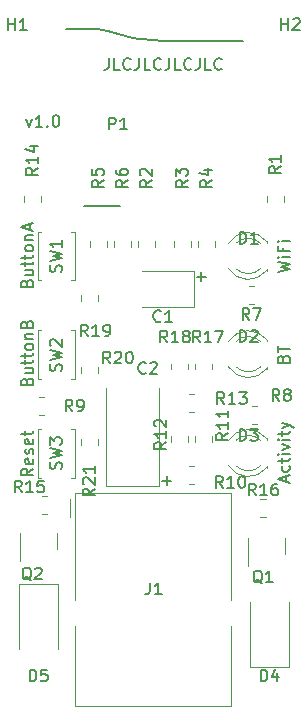
<source format=gbr>
%TF.GenerationSoftware,KiCad,Pcbnew,7.0.8*%
%TF.CreationDate,2023-10-30T21:57:11-05:00*%
%TF.ProjectId,fujinet-adam-devkit-mini,66756a69-6e65-4742-9d61-64616d2d6465,rev?*%
%TF.SameCoordinates,Original*%
%TF.FileFunction,Legend,Top*%
%TF.FilePolarity,Positive*%
%FSLAX46Y46*%
G04 Gerber Fmt 4.6, Leading zero omitted, Abs format (unit mm)*
G04 Created by KiCad (PCBNEW 7.0.8) date 2023-10-30 21:57:11*
%MOMM*%
%LPD*%
G01*
G04 APERTURE LIST*
%ADD10C,0.150000*%
%ADD11C,0.120000*%
%ADD12C,0.127000*%
%ADD13C,0.100000*%
G04 APERTURE END LIST*
D10*
X155363104Y-114871190D02*
X155363104Y-114395000D01*
X155648819Y-114966428D02*
X154648819Y-114633095D01*
X154648819Y-114633095D02*
X155648819Y-114299762D01*
X155601200Y-113537857D02*
X155648819Y-113633095D01*
X155648819Y-113633095D02*
X155648819Y-113823571D01*
X155648819Y-113823571D02*
X155601200Y-113918809D01*
X155601200Y-113918809D02*
X155553580Y-113966428D01*
X155553580Y-113966428D02*
X155458342Y-114014047D01*
X155458342Y-114014047D02*
X155172628Y-114014047D01*
X155172628Y-114014047D02*
X155077390Y-113966428D01*
X155077390Y-113966428D02*
X155029771Y-113918809D01*
X155029771Y-113918809D02*
X154982152Y-113823571D01*
X154982152Y-113823571D02*
X154982152Y-113633095D01*
X154982152Y-113633095D02*
X155029771Y-113537857D01*
X154982152Y-113252142D02*
X154982152Y-112871190D01*
X154648819Y-113109285D02*
X155505961Y-113109285D01*
X155505961Y-113109285D02*
X155601200Y-113061666D01*
X155601200Y-113061666D02*
X155648819Y-112966428D01*
X155648819Y-112966428D02*
X155648819Y-112871190D01*
X155648819Y-112537856D02*
X154982152Y-112537856D01*
X154648819Y-112537856D02*
X154696438Y-112585475D01*
X154696438Y-112585475D02*
X154744057Y-112537856D01*
X154744057Y-112537856D02*
X154696438Y-112490237D01*
X154696438Y-112490237D02*
X154648819Y-112537856D01*
X154648819Y-112537856D02*
X154744057Y-112537856D01*
X154982152Y-112156904D02*
X155648819Y-111918809D01*
X155648819Y-111918809D02*
X154982152Y-111680714D01*
X155648819Y-111299761D02*
X154982152Y-111299761D01*
X154648819Y-111299761D02*
X154696438Y-111347380D01*
X154696438Y-111347380D02*
X154744057Y-111299761D01*
X154744057Y-111299761D02*
X154696438Y-111252142D01*
X154696438Y-111252142D02*
X154648819Y-111299761D01*
X154648819Y-111299761D02*
X154744057Y-111299761D01*
X154982152Y-110966428D02*
X154982152Y-110585476D01*
X154648819Y-110823571D02*
X155505961Y-110823571D01*
X155505961Y-110823571D02*
X155601200Y-110775952D01*
X155601200Y-110775952D02*
X155648819Y-110680714D01*
X155648819Y-110680714D02*
X155648819Y-110585476D01*
X154982152Y-110347380D02*
X155648819Y-110109285D01*
X154982152Y-109871190D02*
X155648819Y-110109285D01*
X155648819Y-110109285D02*
X155886914Y-110204523D01*
X155886914Y-110204523D02*
X155934533Y-110252142D01*
X155934533Y-110252142D02*
X155982152Y-110347380D01*
X155125009Y-104449523D02*
X155172628Y-104306666D01*
X155172628Y-104306666D02*
X155220247Y-104259047D01*
X155220247Y-104259047D02*
X155315485Y-104211428D01*
X155315485Y-104211428D02*
X155458342Y-104211428D01*
X155458342Y-104211428D02*
X155553580Y-104259047D01*
X155553580Y-104259047D02*
X155601200Y-104306666D01*
X155601200Y-104306666D02*
X155648819Y-104401904D01*
X155648819Y-104401904D02*
X155648819Y-104782856D01*
X155648819Y-104782856D02*
X154648819Y-104782856D01*
X154648819Y-104782856D02*
X154648819Y-104449523D01*
X154648819Y-104449523D02*
X154696438Y-104354285D01*
X154696438Y-104354285D02*
X154744057Y-104306666D01*
X154744057Y-104306666D02*
X154839295Y-104259047D01*
X154839295Y-104259047D02*
X154934533Y-104259047D01*
X154934533Y-104259047D02*
X155029771Y-104306666D01*
X155029771Y-104306666D02*
X155077390Y-104354285D01*
X155077390Y-104354285D02*
X155125009Y-104449523D01*
X155125009Y-104449523D02*
X155125009Y-104782856D01*
X154648819Y-103925713D02*
X154648819Y-103354285D01*
X155648819Y-103639999D02*
X154648819Y-103639999D01*
X154648819Y-97091332D02*
X155648819Y-96853237D01*
X155648819Y-96853237D02*
X154934533Y-96662761D01*
X154934533Y-96662761D02*
X155648819Y-96472285D01*
X155648819Y-96472285D02*
X154648819Y-96234190D01*
X155648819Y-95853237D02*
X154982152Y-95853237D01*
X154648819Y-95853237D02*
X154696438Y-95900856D01*
X154696438Y-95900856D02*
X154744057Y-95853237D01*
X154744057Y-95853237D02*
X154696438Y-95805618D01*
X154696438Y-95805618D02*
X154648819Y-95853237D01*
X154648819Y-95853237D02*
X154744057Y-95853237D01*
X155125009Y-95043714D02*
X155125009Y-95377047D01*
X155648819Y-95377047D02*
X154648819Y-95377047D01*
X154648819Y-95377047D02*
X154648819Y-94900857D01*
X155648819Y-94519904D02*
X154982152Y-94519904D01*
X154648819Y-94519904D02*
X154696438Y-94567523D01*
X154696438Y-94567523D02*
X154744057Y-94519904D01*
X154744057Y-94519904D02*
X154696438Y-94472285D01*
X154696438Y-94472285D02*
X154648819Y-94519904D01*
X154648819Y-94519904D02*
X154744057Y-94519904D01*
X133931819Y-113760095D02*
X133455628Y-114093428D01*
X133931819Y-114331523D02*
X132931819Y-114331523D01*
X132931819Y-114331523D02*
X132931819Y-113950571D01*
X132931819Y-113950571D02*
X132979438Y-113855333D01*
X132979438Y-113855333D02*
X133027057Y-113807714D01*
X133027057Y-113807714D02*
X133122295Y-113760095D01*
X133122295Y-113760095D02*
X133265152Y-113760095D01*
X133265152Y-113760095D02*
X133360390Y-113807714D01*
X133360390Y-113807714D02*
X133408009Y-113855333D01*
X133408009Y-113855333D02*
X133455628Y-113950571D01*
X133455628Y-113950571D02*
X133455628Y-114331523D01*
X133884200Y-112950571D02*
X133931819Y-113045809D01*
X133931819Y-113045809D02*
X133931819Y-113236285D01*
X133931819Y-113236285D02*
X133884200Y-113331523D01*
X133884200Y-113331523D02*
X133788961Y-113379142D01*
X133788961Y-113379142D02*
X133408009Y-113379142D01*
X133408009Y-113379142D02*
X133312771Y-113331523D01*
X133312771Y-113331523D02*
X133265152Y-113236285D01*
X133265152Y-113236285D02*
X133265152Y-113045809D01*
X133265152Y-113045809D02*
X133312771Y-112950571D01*
X133312771Y-112950571D02*
X133408009Y-112902952D01*
X133408009Y-112902952D02*
X133503247Y-112902952D01*
X133503247Y-112902952D02*
X133598485Y-113379142D01*
X133884200Y-112521999D02*
X133931819Y-112426761D01*
X133931819Y-112426761D02*
X133931819Y-112236285D01*
X133931819Y-112236285D02*
X133884200Y-112141047D01*
X133884200Y-112141047D02*
X133788961Y-112093428D01*
X133788961Y-112093428D02*
X133741342Y-112093428D01*
X133741342Y-112093428D02*
X133646104Y-112141047D01*
X133646104Y-112141047D02*
X133598485Y-112236285D01*
X133598485Y-112236285D02*
X133598485Y-112379142D01*
X133598485Y-112379142D02*
X133550866Y-112474380D01*
X133550866Y-112474380D02*
X133455628Y-112521999D01*
X133455628Y-112521999D02*
X133408009Y-112521999D01*
X133408009Y-112521999D02*
X133312771Y-112474380D01*
X133312771Y-112474380D02*
X133265152Y-112379142D01*
X133265152Y-112379142D02*
X133265152Y-112236285D01*
X133265152Y-112236285D02*
X133312771Y-112141047D01*
X133884200Y-111283904D02*
X133931819Y-111379142D01*
X133931819Y-111379142D02*
X133931819Y-111569618D01*
X133931819Y-111569618D02*
X133884200Y-111664856D01*
X133884200Y-111664856D02*
X133788961Y-111712475D01*
X133788961Y-111712475D02*
X133408009Y-111712475D01*
X133408009Y-111712475D02*
X133312771Y-111664856D01*
X133312771Y-111664856D02*
X133265152Y-111569618D01*
X133265152Y-111569618D02*
X133265152Y-111379142D01*
X133265152Y-111379142D02*
X133312771Y-111283904D01*
X133312771Y-111283904D02*
X133408009Y-111236285D01*
X133408009Y-111236285D02*
X133503247Y-111236285D01*
X133503247Y-111236285D02*
X133598485Y-111712475D01*
X133265152Y-110950570D02*
X133265152Y-110569618D01*
X132931819Y-110807713D02*
X133788961Y-110807713D01*
X133788961Y-110807713D02*
X133884200Y-110760094D01*
X133884200Y-110760094D02*
X133931819Y-110664856D01*
X133931819Y-110664856D02*
X133931819Y-110569618D01*
X144862779Y-114804866D02*
X145624684Y-114804866D01*
X145243731Y-115185819D02*
X145243731Y-114423914D01*
X140322493Y-79006819D02*
X140322493Y-79721104D01*
X140322493Y-79721104D02*
X140274874Y-79863961D01*
X140274874Y-79863961D02*
X140179636Y-79959200D01*
X140179636Y-79959200D02*
X140036779Y-80006819D01*
X140036779Y-80006819D02*
X139941541Y-80006819D01*
X141274874Y-80006819D02*
X140798684Y-80006819D01*
X140798684Y-80006819D02*
X140798684Y-79006819D01*
X142179636Y-79911580D02*
X142132017Y-79959200D01*
X142132017Y-79959200D02*
X141989160Y-80006819D01*
X141989160Y-80006819D02*
X141893922Y-80006819D01*
X141893922Y-80006819D02*
X141751065Y-79959200D01*
X141751065Y-79959200D02*
X141655827Y-79863961D01*
X141655827Y-79863961D02*
X141608208Y-79768723D01*
X141608208Y-79768723D02*
X141560589Y-79578247D01*
X141560589Y-79578247D02*
X141560589Y-79435390D01*
X141560589Y-79435390D02*
X141608208Y-79244914D01*
X141608208Y-79244914D02*
X141655827Y-79149676D01*
X141655827Y-79149676D02*
X141751065Y-79054438D01*
X141751065Y-79054438D02*
X141893922Y-79006819D01*
X141893922Y-79006819D02*
X141989160Y-79006819D01*
X141989160Y-79006819D02*
X142132017Y-79054438D01*
X142132017Y-79054438D02*
X142179636Y-79102057D01*
X142893922Y-79006819D02*
X142893922Y-79721104D01*
X142893922Y-79721104D02*
X142846303Y-79863961D01*
X142846303Y-79863961D02*
X142751065Y-79959200D01*
X142751065Y-79959200D02*
X142608208Y-80006819D01*
X142608208Y-80006819D02*
X142512970Y-80006819D01*
X143846303Y-80006819D02*
X143370113Y-80006819D01*
X143370113Y-80006819D02*
X143370113Y-79006819D01*
X144751065Y-79911580D02*
X144703446Y-79959200D01*
X144703446Y-79959200D02*
X144560589Y-80006819D01*
X144560589Y-80006819D02*
X144465351Y-80006819D01*
X144465351Y-80006819D02*
X144322494Y-79959200D01*
X144322494Y-79959200D02*
X144227256Y-79863961D01*
X144227256Y-79863961D02*
X144179637Y-79768723D01*
X144179637Y-79768723D02*
X144132018Y-79578247D01*
X144132018Y-79578247D02*
X144132018Y-79435390D01*
X144132018Y-79435390D02*
X144179637Y-79244914D01*
X144179637Y-79244914D02*
X144227256Y-79149676D01*
X144227256Y-79149676D02*
X144322494Y-79054438D01*
X144322494Y-79054438D02*
X144465351Y-79006819D01*
X144465351Y-79006819D02*
X144560589Y-79006819D01*
X144560589Y-79006819D02*
X144703446Y-79054438D01*
X144703446Y-79054438D02*
X144751065Y-79102057D01*
X145465351Y-79006819D02*
X145465351Y-79721104D01*
X145465351Y-79721104D02*
X145417732Y-79863961D01*
X145417732Y-79863961D02*
X145322494Y-79959200D01*
X145322494Y-79959200D02*
X145179637Y-80006819D01*
X145179637Y-80006819D02*
X145084399Y-80006819D01*
X146417732Y-80006819D02*
X145941542Y-80006819D01*
X145941542Y-80006819D02*
X145941542Y-79006819D01*
X147322494Y-79911580D02*
X147274875Y-79959200D01*
X147274875Y-79959200D02*
X147132018Y-80006819D01*
X147132018Y-80006819D02*
X147036780Y-80006819D01*
X147036780Y-80006819D02*
X146893923Y-79959200D01*
X146893923Y-79959200D02*
X146798685Y-79863961D01*
X146798685Y-79863961D02*
X146751066Y-79768723D01*
X146751066Y-79768723D02*
X146703447Y-79578247D01*
X146703447Y-79578247D02*
X146703447Y-79435390D01*
X146703447Y-79435390D02*
X146751066Y-79244914D01*
X146751066Y-79244914D02*
X146798685Y-79149676D01*
X146798685Y-79149676D02*
X146893923Y-79054438D01*
X146893923Y-79054438D02*
X147036780Y-79006819D01*
X147036780Y-79006819D02*
X147132018Y-79006819D01*
X147132018Y-79006819D02*
X147274875Y-79054438D01*
X147274875Y-79054438D02*
X147322494Y-79102057D01*
X148036780Y-79006819D02*
X148036780Y-79721104D01*
X148036780Y-79721104D02*
X147989161Y-79863961D01*
X147989161Y-79863961D02*
X147893923Y-79959200D01*
X147893923Y-79959200D02*
X147751066Y-80006819D01*
X147751066Y-80006819D02*
X147655828Y-80006819D01*
X148989161Y-80006819D02*
X148512971Y-80006819D01*
X148512971Y-80006819D02*
X148512971Y-79006819D01*
X149893923Y-79911580D02*
X149846304Y-79959200D01*
X149846304Y-79959200D02*
X149703447Y-80006819D01*
X149703447Y-80006819D02*
X149608209Y-80006819D01*
X149608209Y-80006819D02*
X149465352Y-79959200D01*
X149465352Y-79959200D02*
X149370114Y-79863961D01*
X149370114Y-79863961D02*
X149322495Y-79768723D01*
X149322495Y-79768723D02*
X149274876Y-79578247D01*
X149274876Y-79578247D02*
X149274876Y-79435390D01*
X149274876Y-79435390D02*
X149322495Y-79244914D01*
X149322495Y-79244914D02*
X149370114Y-79149676D01*
X149370114Y-79149676D02*
X149465352Y-79054438D01*
X149465352Y-79054438D02*
X149608209Y-79006819D01*
X149608209Y-79006819D02*
X149703447Y-79006819D01*
X149703447Y-79006819D02*
X149846304Y-79054438D01*
X149846304Y-79054438D02*
X149893923Y-79102057D01*
X133337541Y-84166152D02*
X133575636Y-84832819D01*
X133575636Y-84832819D02*
X133813731Y-84166152D01*
X134718493Y-84832819D02*
X134147065Y-84832819D01*
X134432779Y-84832819D02*
X134432779Y-83832819D01*
X134432779Y-83832819D02*
X134337541Y-83975676D01*
X134337541Y-83975676D02*
X134242303Y-84070914D01*
X134242303Y-84070914D02*
X134147065Y-84118533D01*
X135147065Y-84737580D02*
X135194684Y-84785200D01*
X135194684Y-84785200D02*
X135147065Y-84832819D01*
X135147065Y-84832819D02*
X135099446Y-84785200D01*
X135099446Y-84785200D02*
X135147065Y-84737580D01*
X135147065Y-84737580D02*
X135147065Y-84832819D01*
X135813731Y-83832819D02*
X135908969Y-83832819D01*
X135908969Y-83832819D02*
X136004207Y-83880438D01*
X136004207Y-83880438D02*
X136051826Y-83928057D01*
X136051826Y-83928057D02*
X136099445Y-84023295D01*
X136099445Y-84023295D02*
X136147064Y-84213771D01*
X136147064Y-84213771D02*
X136147064Y-84451866D01*
X136147064Y-84451866D02*
X136099445Y-84642342D01*
X136099445Y-84642342D02*
X136051826Y-84737580D01*
X136051826Y-84737580D02*
X136004207Y-84785200D01*
X136004207Y-84785200D02*
X135908969Y-84832819D01*
X135908969Y-84832819D02*
X135813731Y-84832819D01*
X135813731Y-84832819D02*
X135718493Y-84785200D01*
X135718493Y-84785200D02*
X135670874Y-84737580D01*
X135670874Y-84737580D02*
X135623255Y-84642342D01*
X135623255Y-84642342D02*
X135575636Y-84451866D01*
X135575636Y-84451866D02*
X135575636Y-84213771D01*
X135575636Y-84213771D02*
X135623255Y-84023295D01*
X135623255Y-84023295D02*
X135670874Y-83928057D01*
X135670874Y-83928057D02*
X135718493Y-83880438D01*
X135718493Y-83880438D02*
X135813731Y-83832819D01*
X147783779Y-97532866D02*
X148545684Y-97532866D01*
X148164731Y-97913819D02*
X148164731Y-97151914D01*
X139138819Y-115450857D02*
X138662628Y-115784190D01*
X139138819Y-116022285D02*
X138138819Y-116022285D01*
X138138819Y-116022285D02*
X138138819Y-115641333D01*
X138138819Y-115641333D02*
X138186438Y-115546095D01*
X138186438Y-115546095D02*
X138234057Y-115498476D01*
X138234057Y-115498476D02*
X138329295Y-115450857D01*
X138329295Y-115450857D02*
X138472152Y-115450857D01*
X138472152Y-115450857D02*
X138567390Y-115498476D01*
X138567390Y-115498476D02*
X138615009Y-115546095D01*
X138615009Y-115546095D02*
X138662628Y-115641333D01*
X138662628Y-115641333D02*
X138662628Y-116022285D01*
X138234057Y-115069904D02*
X138186438Y-115022285D01*
X138186438Y-115022285D02*
X138138819Y-114927047D01*
X138138819Y-114927047D02*
X138138819Y-114688952D01*
X138138819Y-114688952D02*
X138186438Y-114593714D01*
X138186438Y-114593714D02*
X138234057Y-114546095D01*
X138234057Y-114546095D02*
X138329295Y-114498476D01*
X138329295Y-114498476D02*
X138424533Y-114498476D01*
X138424533Y-114498476D02*
X138567390Y-114546095D01*
X138567390Y-114546095D02*
X139138819Y-115117523D01*
X139138819Y-115117523D02*
X139138819Y-114498476D01*
X139138819Y-113546095D02*
X139138819Y-114117523D01*
X139138819Y-113831809D02*
X138138819Y-113831809D01*
X138138819Y-113831809D02*
X138281676Y-113927047D01*
X138281676Y-113927047D02*
X138376914Y-114022285D01*
X138376914Y-114022285D02*
X138424533Y-114117523D01*
X133762761Y-123232057D02*
X133667523Y-123184438D01*
X133667523Y-123184438D02*
X133572285Y-123089200D01*
X133572285Y-123089200D02*
X133429428Y-122946342D01*
X133429428Y-122946342D02*
X133334190Y-122898723D01*
X133334190Y-122898723D02*
X133238952Y-122898723D01*
X133286571Y-123136819D02*
X133191333Y-123089200D01*
X133191333Y-123089200D02*
X133096095Y-122993961D01*
X133096095Y-122993961D02*
X133048476Y-122803485D01*
X133048476Y-122803485D02*
X133048476Y-122470152D01*
X133048476Y-122470152D02*
X133096095Y-122279676D01*
X133096095Y-122279676D02*
X133191333Y-122184438D01*
X133191333Y-122184438D02*
X133286571Y-122136819D01*
X133286571Y-122136819D02*
X133477047Y-122136819D01*
X133477047Y-122136819D02*
X133572285Y-122184438D01*
X133572285Y-122184438D02*
X133667523Y-122279676D01*
X133667523Y-122279676D02*
X133715142Y-122470152D01*
X133715142Y-122470152D02*
X133715142Y-122803485D01*
X133715142Y-122803485D02*
X133667523Y-122993961D01*
X133667523Y-122993961D02*
X133572285Y-123089200D01*
X133572285Y-123089200D02*
X133477047Y-123136819D01*
X133477047Y-123136819D02*
X133286571Y-123136819D01*
X134096095Y-122232057D02*
X134143714Y-122184438D01*
X134143714Y-122184438D02*
X134238952Y-122136819D01*
X134238952Y-122136819D02*
X134477047Y-122136819D01*
X134477047Y-122136819D02*
X134572285Y-122184438D01*
X134572285Y-122184438D02*
X134619904Y-122232057D01*
X134619904Y-122232057D02*
X134667523Y-122327295D01*
X134667523Y-122327295D02*
X134667523Y-122422533D01*
X134667523Y-122422533D02*
X134619904Y-122565390D01*
X134619904Y-122565390D02*
X134048476Y-123136819D01*
X134048476Y-123136819D02*
X134667523Y-123136819D01*
X149979142Y-115389819D02*
X149645809Y-114913628D01*
X149407714Y-115389819D02*
X149407714Y-114389819D01*
X149407714Y-114389819D02*
X149788666Y-114389819D01*
X149788666Y-114389819D02*
X149883904Y-114437438D01*
X149883904Y-114437438D02*
X149931523Y-114485057D01*
X149931523Y-114485057D02*
X149979142Y-114580295D01*
X149979142Y-114580295D02*
X149979142Y-114723152D01*
X149979142Y-114723152D02*
X149931523Y-114818390D01*
X149931523Y-114818390D02*
X149883904Y-114866009D01*
X149883904Y-114866009D02*
X149788666Y-114913628D01*
X149788666Y-114913628D02*
X149407714Y-114913628D01*
X150931523Y-115389819D02*
X150360095Y-115389819D01*
X150645809Y-115389819D02*
X150645809Y-114389819D01*
X150645809Y-114389819D02*
X150550571Y-114532676D01*
X150550571Y-114532676D02*
X150455333Y-114627914D01*
X150455333Y-114627914D02*
X150360095Y-114675533D01*
X151550571Y-114389819D02*
X151645809Y-114389819D01*
X151645809Y-114389819D02*
X151741047Y-114437438D01*
X151741047Y-114437438D02*
X151788666Y-114485057D01*
X151788666Y-114485057D02*
X151836285Y-114580295D01*
X151836285Y-114580295D02*
X151883904Y-114770771D01*
X151883904Y-114770771D02*
X151883904Y-115008866D01*
X151883904Y-115008866D02*
X151836285Y-115199342D01*
X151836285Y-115199342D02*
X151788666Y-115294580D01*
X151788666Y-115294580D02*
X151741047Y-115342200D01*
X151741047Y-115342200D02*
X151645809Y-115389819D01*
X151645809Y-115389819D02*
X151550571Y-115389819D01*
X151550571Y-115389819D02*
X151455333Y-115342200D01*
X151455333Y-115342200D02*
X151407714Y-115294580D01*
X151407714Y-115294580D02*
X151360095Y-115199342D01*
X151360095Y-115199342D02*
X151312476Y-115008866D01*
X151312476Y-115008866D02*
X151312476Y-114770771D01*
X151312476Y-114770771D02*
X151360095Y-114580295D01*
X151360095Y-114580295D02*
X151407714Y-114485057D01*
X151407714Y-114485057D02*
X151455333Y-114437438D01*
X151455333Y-114437438D02*
X151550571Y-114389819D01*
X154886819Y-88177666D02*
X154410628Y-88510999D01*
X154886819Y-88749094D02*
X153886819Y-88749094D01*
X153886819Y-88749094D02*
X153886819Y-88368142D01*
X153886819Y-88368142D02*
X153934438Y-88272904D01*
X153934438Y-88272904D02*
X153982057Y-88225285D01*
X153982057Y-88225285D02*
X154077295Y-88177666D01*
X154077295Y-88177666D02*
X154220152Y-88177666D01*
X154220152Y-88177666D02*
X154315390Y-88225285D01*
X154315390Y-88225285D02*
X154363009Y-88272904D01*
X154363009Y-88272904D02*
X154410628Y-88368142D01*
X154410628Y-88368142D02*
X154410628Y-88749094D01*
X154886819Y-87225285D02*
X154886819Y-87796713D01*
X154886819Y-87510999D02*
X153886819Y-87510999D01*
X153886819Y-87510999D02*
X154029676Y-87606237D01*
X154029676Y-87606237D02*
X154124914Y-87701475D01*
X154124914Y-87701475D02*
X154172533Y-87796713D01*
X136297200Y-113780332D02*
X136344819Y-113637475D01*
X136344819Y-113637475D02*
X136344819Y-113399380D01*
X136344819Y-113399380D02*
X136297200Y-113304142D01*
X136297200Y-113304142D02*
X136249580Y-113256523D01*
X136249580Y-113256523D02*
X136154342Y-113208904D01*
X136154342Y-113208904D02*
X136059104Y-113208904D01*
X136059104Y-113208904D02*
X135963866Y-113256523D01*
X135963866Y-113256523D02*
X135916247Y-113304142D01*
X135916247Y-113304142D02*
X135868628Y-113399380D01*
X135868628Y-113399380D02*
X135821009Y-113589856D01*
X135821009Y-113589856D02*
X135773390Y-113685094D01*
X135773390Y-113685094D02*
X135725771Y-113732713D01*
X135725771Y-113732713D02*
X135630533Y-113780332D01*
X135630533Y-113780332D02*
X135535295Y-113780332D01*
X135535295Y-113780332D02*
X135440057Y-113732713D01*
X135440057Y-113732713D02*
X135392438Y-113685094D01*
X135392438Y-113685094D02*
X135344819Y-113589856D01*
X135344819Y-113589856D02*
X135344819Y-113351761D01*
X135344819Y-113351761D02*
X135392438Y-113208904D01*
X135344819Y-112875570D02*
X136344819Y-112637475D01*
X136344819Y-112637475D02*
X135630533Y-112446999D01*
X135630533Y-112446999D02*
X136344819Y-112256523D01*
X136344819Y-112256523D02*
X135344819Y-112018428D01*
X135344819Y-111732713D02*
X135344819Y-111113666D01*
X135344819Y-111113666D02*
X135725771Y-111446999D01*
X135725771Y-111446999D02*
X135725771Y-111304142D01*
X135725771Y-111304142D02*
X135773390Y-111208904D01*
X135773390Y-111208904D02*
X135821009Y-111161285D01*
X135821009Y-111161285D02*
X135916247Y-111113666D01*
X135916247Y-111113666D02*
X136154342Y-111113666D01*
X136154342Y-111113666D02*
X136249580Y-111161285D01*
X136249580Y-111161285D02*
X136297200Y-111208904D01*
X136297200Y-111208904D02*
X136344819Y-111304142D01*
X136344819Y-111304142D02*
X136344819Y-111589856D01*
X136344819Y-111589856D02*
X136297200Y-111685094D01*
X136297200Y-111685094D02*
X136249580Y-111732713D01*
X140358905Y-85036819D02*
X140358905Y-84036819D01*
X140358905Y-84036819D02*
X140739857Y-84036819D01*
X140739857Y-84036819D02*
X140835095Y-84084438D01*
X140835095Y-84084438D02*
X140882714Y-84132057D01*
X140882714Y-84132057D02*
X140930333Y-84227295D01*
X140930333Y-84227295D02*
X140930333Y-84370152D01*
X140930333Y-84370152D02*
X140882714Y-84465390D01*
X140882714Y-84465390D02*
X140835095Y-84513009D01*
X140835095Y-84513009D02*
X140739857Y-84560628D01*
X140739857Y-84560628D02*
X140358905Y-84560628D01*
X141882714Y-85036819D02*
X141311286Y-85036819D01*
X141597000Y-85036819D02*
X141597000Y-84036819D01*
X141597000Y-84036819D02*
X141501762Y-84179676D01*
X141501762Y-84179676D02*
X141406524Y-84274914D01*
X141406524Y-84274914D02*
X141311286Y-84322533D01*
X143811666Y-123406819D02*
X143811666Y-124121104D01*
X143811666Y-124121104D02*
X143764047Y-124263961D01*
X143764047Y-124263961D02*
X143668809Y-124359200D01*
X143668809Y-124359200D02*
X143525952Y-124406819D01*
X143525952Y-124406819D02*
X143430714Y-124406819D01*
X144811666Y-124406819D02*
X144240238Y-124406819D01*
X144525952Y-124406819D02*
X144525952Y-123406819D01*
X144525952Y-123406819D02*
X144430714Y-123549676D01*
X144430714Y-123549676D02*
X144335476Y-123644914D01*
X144335476Y-123644914D02*
X144240238Y-123692533D01*
X140454142Y-104848819D02*
X140120809Y-104372628D01*
X139882714Y-104848819D02*
X139882714Y-103848819D01*
X139882714Y-103848819D02*
X140263666Y-103848819D01*
X140263666Y-103848819D02*
X140358904Y-103896438D01*
X140358904Y-103896438D02*
X140406523Y-103944057D01*
X140406523Y-103944057D02*
X140454142Y-104039295D01*
X140454142Y-104039295D02*
X140454142Y-104182152D01*
X140454142Y-104182152D02*
X140406523Y-104277390D01*
X140406523Y-104277390D02*
X140358904Y-104325009D01*
X140358904Y-104325009D02*
X140263666Y-104372628D01*
X140263666Y-104372628D02*
X139882714Y-104372628D01*
X140835095Y-103944057D02*
X140882714Y-103896438D01*
X140882714Y-103896438D02*
X140977952Y-103848819D01*
X140977952Y-103848819D02*
X141216047Y-103848819D01*
X141216047Y-103848819D02*
X141311285Y-103896438D01*
X141311285Y-103896438D02*
X141358904Y-103944057D01*
X141358904Y-103944057D02*
X141406523Y-104039295D01*
X141406523Y-104039295D02*
X141406523Y-104134533D01*
X141406523Y-104134533D02*
X141358904Y-104277390D01*
X141358904Y-104277390D02*
X140787476Y-104848819D01*
X140787476Y-104848819D02*
X141406523Y-104848819D01*
X142025571Y-103848819D02*
X142120809Y-103848819D01*
X142120809Y-103848819D02*
X142216047Y-103896438D01*
X142216047Y-103896438D02*
X142263666Y-103944057D01*
X142263666Y-103944057D02*
X142311285Y-104039295D01*
X142311285Y-104039295D02*
X142358904Y-104229771D01*
X142358904Y-104229771D02*
X142358904Y-104467866D01*
X142358904Y-104467866D02*
X142311285Y-104658342D01*
X142311285Y-104658342D02*
X142263666Y-104753580D01*
X142263666Y-104753580D02*
X142216047Y-104801200D01*
X142216047Y-104801200D02*
X142120809Y-104848819D01*
X142120809Y-104848819D02*
X142025571Y-104848819D01*
X142025571Y-104848819D02*
X141930333Y-104801200D01*
X141930333Y-104801200D02*
X141882714Y-104753580D01*
X141882714Y-104753580D02*
X141835095Y-104658342D01*
X141835095Y-104658342D02*
X141787476Y-104467866D01*
X141787476Y-104467866D02*
X141787476Y-104229771D01*
X141787476Y-104229771D02*
X141835095Y-104039295D01*
X141835095Y-104039295D02*
X141882714Y-103944057D01*
X141882714Y-103944057D02*
X141930333Y-103896438D01*
X141930333Y-103896438D02*
X142025571Y-103848819D01*
X149044819Y-89320666D02*
X148568628Y-89653999D01*
X149044819Y-89892094D02*
X148044819Y-89892094D01*
X148044819Y-89892094D02*
X148044819Y-89511142D01*
X148044819Y-89511142D02*
X148092438Y-89415904D01*
X148092438Y-89415904D02*
X148140057Y-89368285D01*
X148140057Y-89368285D02*
X148235295Y-89320666D01*
X148235295Y-89320666D02*
X148378152Y-89320666D01*
X148378152Y-89320666D02*
X148473390Y-89368285D01*
X148473390Y-89368285D02*
X148521009Y-89415904D01*
X148521009Y-89415904D02*
X148568628Y-89511142D01*
X148568628Y-89511142D02*
X148568628Y-89892094D01*
X148378152Y-88463523D02*
X149044819Y-88463523D01*
X147997200Y-88701618D02*
X148711485Y-88939713D01*
X148711485Y-88939713D02*
X148711485Y-88320666D01*
X145208819Y-111512857D02*
X144732628Y-111846190D01*
X145208819Y-112084285D02*
X144208819Y-112084285D01*
X144208819Y-112084285D02*
X144208819Y-111703333D01*
X144208819Y-111703333D02*
X144256438Y-111608095D01*
X144256438Y-111608095D02*
X144304057Y-111560476D01*
X144304057Y-111560476D02*
X144399295Y-111512857D01*
X144399295Y-111512857D02*
X144542152Y-111512857D01*
X144542152Y-111512857D02*
X144637390Y-111560476D01*
X144637390Y-111560476D02*
X144685009Y-111608095D01*
X144685009Y-111608095D02*
X144732628Y-111703333D01*
X144732628Y-111703333D02*
X144732628Y-112084285D01*
X145208819Y-110560476D02*
X145208819Y-111131904D01*
X145208819Y-110846190D02*
X144208819Y-110846190D01*
X144208819Y-110846190D02*
X144351676Y-110941428D01*
X144351676Y-110941428D02*
X144446914Y-111036666D01*
X144446914Y-111036666D02*
X144494533Y-111131904D01*
X144304057Y-110179523D02*
X144256438Y-110131904D01*
X144256438Y-110131904D02*
X144208819Y-110036666D01*
X144208819Y-110036666D02*
X144208819Y-109798571D01*
X144208819Y-109798571D02*
X144256438Y-109703333D01*
X144256438Y-109703333D02*
X144304057Y-109655714D01*
X144304057Y-109655714D02*
X144399295Y-109608095D01*
X144399295Y-109608095D02*
X144494533Y-109608095D01*
X144494533Y-109608095D02*
X144637390Y-109655714D01*
X144637390Y-109655714D02*
X145208819Y-110227142D01*
X145208819Y-110227142D02*
X145208819Y-109608095D01*
X134312819Y-88288857D02*
X133836628Y-88622190D01*
X134312819Y-88860285D02*
X133312819Y-88860285D01*
X133312819Y-88860285D02*
X133312819Y-88479333D01*
X133312819Y-88479333D02*
X133360438Y-88384095D01*
X133360438Y-88384095D02*
X133408057Y-88336476D01*
X133408057Y-88336476D02*
X133503295Y-88288857D01*
X133503295Y-88288857D02*
X133646152Y-88288857D01*
X133646152Y-88288857D02*
X133741390Y-88336476D01*
X133741390Y-88336476D02*
X133789009Y-88384095D01*
X133789009Y-88384095D02*
X133836628Y-88479333D01*
X133836628Y-88479333D02*
X133836628Y-88860285D01*
X134312819Y-87336476D02*
X134312819Y-87907904D01*
X134312819Y-87622190D02*
X133312819Y-87622190D01*
X133312819Y-87622190D02*
X133455676Y-87717428D01*
X133455676Y-87717428D02*
X133550914Y-87812666D01*
X133550914Y-87812666D02*
X133598533Y-87907904D01*
X133646152Y-86479333D02*
X134312819Y-86479333D01*
X133265200Y-86717428D02*
X133979485Y-86955523D01*
X133979485Y-86955523D02*
X133979485Y-86336476D01*
X153320761Y-123486057D02*
X153225523Y-123438438D01*
X153225523Y-123438438D02*
X153130285Y-123343200D01*
X153130285Y-123343200D02*
X152987428Y-123200342D01*
X152987428Y-123200342D02*
X152892190Y-123152723D01*
X152892190Y-123152723D02*
X152796952Y-123152723D01*
X152844571Y-123390819D02*
X152749333Y-123343200D01*
X152749333Y-123343200D02*
X152654095Y-123247961D01*
X152654095Y-123247961D02*
X152606476Y-123057485D01*
X152606476Y-123057485D02*
X152606476Y-122724152D01*
X152606476Y-122724152D02*
X152654095Y-122533676D01*
X152654095Y-122533676D02*
X152749333Y-122438438D01*
X152749333Y-122438438D02*
X152844571Y-122390819D01*
X152844571Y-122390819D02*
X153035047Y-122390819D01*
X153035047Y-122390819D02*
X153130285Y-122438438D01*
X153130285Y-122438438D02*
X153225523Y-122533676D01*
X153225523Y-122533676D02*
X153273142Y-122724152D01*
X153273142Y-122724152D02*
X153273142Y-123057485D01*
X153273142Y-123057485D02*
X153225523Y-123247961D01*
X153225523Y-123247961D02*
X153130285Y-123343200D01*
X153130285Y-123343200D02*
X153035047Y-123390819D01*
X153035047Y-123390819D02*
X152844571Y-123390819D01*
X154225523Y-123390819D02*
X153654095Y-123390819D01*
X153939809Y-123390819D02*
X153939809Y-122390819D01*
X153939809Y-122390819D02*
X153844571Y-122533676D01*
X153844571Y-122533676D02*
X153749333Y-122628914D01*
X153749333Y-122628914D02*
X153654095Y-122676533D01*
X148074142Y-103070819D02*
X147740809Y-102594628D01*
X147502714Y-103070819D02*
X147502714Y-102070819D01*
X147502714Y-102070819D02*
X147883666Y-102070819D01*
X147883666Y-102070819D02*
X147978904Y-102118438D01*
X147978904Y-102118438D02*
X148026523Y-102166057D01*
X148026523Y-102166057D02*
X148074142Y-102261295D01*
X148074142Y-102261295D02*
X148074142Y-102404152D01*
X148074142Y-102404152D02*
X148026523Y-102499390D01*
X148026523Y-102499390D02*
X147978904Y-102547009D01*
X147978904Y-102547009D02*
X147883666Y-102594628D01*
X147883666Y-102594628D02*
X147502714Y-102594628D01*
X149026523Y-103070819D02*
X148455095Y-103070819D01*
X148740809Y-103070819D02*
X148740809Y-102070819D01*
X148740809Y-102070819D02*
X148645571Y-102213676D01*
X148645571Y-102213676D02*
X148550333Y-102308914D01*
X148550333Y-102308914D02*
X148455095Y-102356533D01*
X149359857Y-102070819D02*
X150026523Y-102070819D01*
X150026523Y-102070819D02*
X149597952Y-103070819D01*
X153185905Y-131772819D02*
X153185905Y-130772819D01*
X153185905Y-130772819D02*
X153424000Y-130772819D01*
X153424000Y-130772819D02*
X153566857Y-130820438D01*
X153566857Y-130820438D02*
X153662095Y-130915676D01*
X153662095Y-130915676D02*
X153709714Y-131010914D01*
X153709714Y-131010914D02*
X153757333Y-131201390D01*
X153757333Y-131201390D02*
X153757333Y-131344247D01*
X153757333Y-131344247D02*
X153709714Y-131534723D01*
X153709714Y-131534723D02*
X153662095Y-131629961D01*
X153662095Y-131629961D02*
X153566857Y-131725200D01*
X153566857Y-131725200D02*
X153424000Y-131772819D01*
X153424000Y-131772819D02*
X153185905Y-131772819D01*
X154614476Y-131106152D02*
X154614476Y-131772819D01*
X154376381Y-130725200D02*
X154138286Y-131439485D01*
X154138286Y-131439485D02*
X154757333Y-131439485D01*
X136297200Y-97091332D02*
X136344819Y-96948475D01*
X136344819Y-96948475D02*
X136344819Y-96710380D01*
X136344819Y-96710380D02*
X136297200Y-96615142D01*
X136297200Y-96615142D02*
X136249580Y-96567523D01*
X136249580Y-96567523D02*
X136154342Y-96519904D01*
X136154342Y-96519904D02*
X136059104Y-96519904D01*
X136059104Y-96519904D02*
X135963866Y-96567523D01*
X135963866Y-96567523D02*
X135916247Y-96615142D01*
X135916247Y-96615142D02*
X135868628Y-96710380D01*
X135868628Y-96710380D02*
X135821009Y-96900856D01*
X135821009Y-96900856D02*
X135773390Y-96996094D01*
X135773390Y-96996094D02*
X135725771Y-97043713D01*
X135725771Y-97043713D02*
X135630533Y-97091332D01*
X135630533Y-97091332D02*
X135535295Y-97091332D01*
X135535295Y-97091332D02*
X135440057Y-97043713D01*
X135440057Y-97043713D02*
X135392438Y-96996094D01*
X135392438Y-96996094D02*
X135344819Y-96900856D01*
X135344819Y-96900856D02*
X135344819Y-96662761D01*
X135344819Y-96662761D02*
X135392438Y-96519904D01*
X135344819Y-96186570D02*
X136344819Y-95948475D01*
X136344819Y-95948475D02*
X135630533Y-95757999D01*
X135630533Y-95757999D02*
X136344819Y-95567523D01*
X136344819Y-95567523D02*
X135344819Y-95329428D01*
X136344819Y-94424666D02*
X136344819Y-94996094D01*
X136344819Y-94710380D02*
X135344819Y-94710380D01*
X135344819Y-94710380D02*
X135487676Y-94805618D01*
X135487676Y-94805618D02*
X135582914Y-94900856D01*
X135582914Y-94900856D02*
X135630533Y-94996094D01*
X133408009Y-98043714D02*
X133455628Y-97900857D01*
X133455628Y-97900857D02*
X133503247Y-97853238D01*
X133503247Y-97853238D02*
X133598485Y-97805619D01*
X133598485Y-97805619D02*
X133741342Y-97805619D01*
X133741342Y-97805619D02*
X133836580Y-97853238D01*
X133836580Y-97853238D02*
X133884200Y-97900857D01*
X133884200Y-97900857D02*
X133931819Y-97996095D01*
X133931819Y-97996095D02*
X133931819Y-98377047D01*
X133931819Y-98377047D02*
X132931819Y-98377047D01*
X132931819Y-98377047D02*
X132931819Y-98043714D01*
X132931819Y-98043714D02*
X132979438Y-97948476D01*
X132979438Y-97948476D02*
X133027057Y-97900857D01*
X133027057Y-97900857D02*
X133122295Y-97853238D01*
X133122295Y-97853238D02*
X133217533Y-97853238D01*
X133217533Y-97853238D02*
X133312771Y-97900857D01*
X133312771Y-97900857D02*
X133360390Y-97948476D01*
X133360390Y-97948476D02*
X133408009Y-98043714D01*
X133408009Y-98043714D02*
X133408009Y-98377047D01*
X133265152Y-96948476D02*
X133931819Y-96948476D01*
X133265152Y-97377047D02*
X133788961Y-97377047D01*
X133788961Y-97377047D02*
X133884200Y-97329428D01*
X133884200Y-97329428D02*
X133931819Y-97234190D01*
X133931819Y-97234190D02*
X133931819Y-97091333D01*
X133931819Y-97091333D02*
X133884200Y-96996095D01*
X133884200Y-96996095D02*
X133836580Y-96948476D01*
X133265152Y-96615142D02*
X133265152Y-96234190D01*
X132931819Y-96472285D02*
X133788961Y-96472285D01*
X133788961Y-96472285D02*
X133884200Y-96424666D01*
X133884200Y-96424666D02*
X133931819Y-96329428D01*
X133931819Y-96329428D02*
X133931819Y-96234190D01*
X133265152Y-96043713D02*
X133265152Y-95662761D01*
X132931819Y-95900856D02*
X133788961Y-95900856D01*
X133788961Y-95900856D02*
X133884200Y-95853237D01*
X133884200Y-95853237D02*
X133931819Y-95757999D01*
X133931819Y-95757999D02*
X133931819Y-95662761D01*
X133931819Y-95186570D02*
X133884200Y-95281808D01*
X133884200Y-95281808D02*
X133836580Y-95329427D01*
X133836580Y-95329427D02*
X133741342Y-95377046D01*
X133741342Y-95377046D02*
X133455628Y-95377046D01*
X133455628Y-95377046D02*
X133360390Y-95329427D01*
X133360390Y-95329427D02*
X133312771Y-95281808D01*
X133312771Y-95281808D02*
X133265152Y-95186570D01*
X133265152Y-95186570D02*
X133265152Y-95043713D01*
X133265152Y-95043713D02*
X133312771Y-94948475D01*
X133312771Y-94948475D02*
X133360390Y-94900856D01*
X133360390Y-94900856D02*
X133455628Y-94853237D01*
X133455628Y-94853237D02*
X133741342Y-94853237D01*
X133741342Y-94853237D02*
X133836580Y-94900856D01*
X133836580Y-94900856D02*
X133884200Y-94948475D01*
X133884200Y-94948475D02*
X133931819Y-95043713D01*
X133931819Y-95043713D02*
X133931819Y-95186570D01*
X133265152Y-94424665D02*
X133931819Y-94424665D01*
X133360390Y-94424665D02*
X133312771Y-94377046D01*
X133312771Y-94377046D02*
X133265152Y-94281808D01*
X133265152Y-94281808D02*
X133265152Y-94138951D01*
X133265152Y-94138951D02*
X133312771Y-94043713D01*
X133312771Y-94043713D02*
X133408009Y-93996094D01*
X133408009Y-93996094D02*
X133931819Y-93996094D01*
X133646104Y-93567522D02*
X133646104Y-93091332D01*
X133931819Y-93662760D02*
X132931819Y-93329427D01*
X132931819Y-93329427D02*
X133931819Y-92996094D01*
X154940095Y-76637819D02*
X154940095Y-75637819D01*
X154940095Y-76114009D02*
X155511523Y-76114009D01*
X155511523Y-76637819D02*
X155511523Y-75637819D01*
X155940095Y-75733057D02*
X155987714Y-75685438D01*
X155987714Y-75685438D02*
X156082952Y-75637819D01*
X156082952Y-75637819D02*
X156321047Y-75637819D01*
X156321047Y-75637819D02*
X156416285Y-75685438D01*
X156416285Y-75685438D02*
X156463904Y-75733057D01*
X156463904Y-75733057D02*
X156511523Y-75828295D01*
X156511523Y-75828295D02*
X156511523Y-75923533D01*
X156511523Y-75923533D02*
X156463904Y-76066390D01*
X156463904Y-76066390D02*
X155892476Y-76637819D01*
X155892476Y-76637819D02*
X156511523Y-76637819D01*
X143470333Y-105642580D02*
X143422714Y-105690200D01*
X143422714Y-105690200D02*
X143279857Y-105737819D01*
X143279857Y-105737819D02*
X143184619Y-105737819D01*
X143184619Y-105737819D02*
X143041762Y-105690200D01*
X143041762Y-105690200D02*
X142946524Y-105594961D01*
X142946524Y-105594961D02*
X142898905Y-105499723D01*
X142898905Y-105499723D02*
X142851286Y-105309247D01*
X142851286Y-105309247D02*
X142851286Y-105166390D01*
X142851286Y-105166390D02*
X142898905Y-104975914D01*
X142898905Y-104975914D02*
X142946524Y-104880676D01*
X142946524Y-104880676D02*
X143041762Y-104785438D01*
X143041762Y-104785438D02*
X143184619Y-104737819D01*
X143184619Y-104737819D02*
X143279857Y-104737819D01*
X143279857Y-104737819D02*
X143422714Y-104785438D01*
X143422714Y-104785438D02*
X143470333Y-104833057D01*
X143851286Y-104833057D02*
X143898905Y-104785438D01*
X143898905Y-104785438D02*
X143994143Y-104737819D01*
X143994143Y-104737819D02*
X144232238Y-104737819D01*
X144232238Y-104737819D02*
X144327476Y-104785438D01*
X144327476Y-104785438D02*
X144375095Y-104833057D01*
X144375095Y-104833057D02*
X144422714Y-104928295D01*
X144422714Y-104928295D02*
X144422714Y-105023533D01*
X144422714Y-105023533D02*
X144375095Y-105166390D01*
X144375095Y-105166390D02*
X143803667Y-105737819D01*
X143803667Y-105737819D02*
X144422714Y-105737819D01*
X136297200Y-105473332D02*
X136344819Y-105330475D01*
X136344819Y-105330475D02*
X136344819Y-105092380D01*
X136344819Y-105092380D02*
X136297200Y-104997142D01*
X136297200Y-104997142D02*
X136249580Y-104949523D01*
X136249580Y-104949523D02*
X136154342Y-104901904D01*
X136154342Y-104901904D02*
X136059104Y-104901904D01*
X136059104Y-104901904D02*
X135963866Y-104949523D01*
X135963866Y-104949523D02*
X135916247Y-104997142D01*
X135916247Y-104997142D02*
X135868628Y-105092380D01*
X135868628Y-105092380D02*
X135821009Y-105282856D01*
X135821009Y-105282856D02*
X135773390Y-105378094D01*
X135773390Y-105378094D02*
X135725771Y-105425713D01*
X135725771Y-105425713D02*
X135630533Y-105473332D01*
X135630533Y-105473332D02*
X135535295Y-105473332D01*
X135535295Y-105473332D02*
X135440057Y-105425713D01*
X135440057Y-105425713D02*
X135392438Y-105378094D01*
X135392438Y-105378094D02*
X135344819Y-105282856D01*
X135344819Y-105282856D02*
X135344819Y-105044761D01*
X135344819Y-105044761D02*
X135392438Y-104901904D01*
X135344819Y-104568570D02*
X136344819Y-104330475D01*
X136344819Y-104330475D02*
X135630533Y-104139999D01*
X135630533Y-104139999D02*
X136344819Y-103949523D01*
X136344819Y-103949523D02*
X135344819Y-103711428D01*
X135440057Y-103378094D02*
X135392438Y-103330475D01*
X135392438Y-103330475D02*
X135344819Y-103235237D01*
X135344819Y-103235237D02*
X135344819Y-102997142D01*
X135344819Y-102997142D02*
X135392438Y-102901904D01*
X135392438Y-102901904D02*
X135440057Y-102854285D01*
X135440057Y-102854285D02*
X135535295Y-102806666D01*
X135535295Y-102806666D02*
X135630533Y-102806666D01*
X135630533Y-102806666D02*
X135773390Y-102854285D01*
X135773390Y-102854285D02*
X136344819Y-103425713D01*
X136344819Y-103425713D02*
X136344819Y-102806666D01*
X133408009Y-106370143D02*
X133455628Y-106227286D01*
X133455628Y-106227286D02*
X133503247Y-106179667D01*
X133503247Y-106179667D02*
X133598485Y-106132048D01*
X133598485Y-106132048D02*
X133741342Y-106132048D01*
X133741342Y-106132048D02*
X133836580Y-106179667D01*
X133836580Y-106179667D02*
X133884200Y-106227286D01*
X133884200Y-106227286D02*
X133931819Y-106322524D01*
X133931819Y-106322524D02*
X133931819Y-106703476D01*
X133931819Y-106703476D02*
X132931819Y-106703476D01*
X132931819Y-106703476D02*
X132931819Y-106370143D01*
X132931819Y-106370143D02*
X132979438Y-106274905D01*
X132979438Y-106274905D02*
X133027057Y-106227286D01*
X133027057Y-106227286D02*
X133122295Y-106179667D01*
X133122295Y-106179667D02*
X133217533Y-106179667D01*
X133217533Y-106179667D02*
X133312771Y-106227286D01*
X133312771Y-106227286D02*
X133360390Y-106274905D01*
X133360390Y-106274905D02*
X133408009Y-106370143D01*
X133408009Y-106370143D02*
X133408009Y-106703476D01*
X133265152Y-105274905D02*
X133931819Y-105274905D01*
X133265152Y-105703476D02*
X133788961Y-105703476D01*
X133788961Y-105703476D02*
X133884200Y-105655857D01*
X133884200Y-105655857D02*
X133931819Y-105560619D01*
X133931819Y-105560619D02*
X133931819Y-105417762D01*
X133931819Y-105417762D02*
X133884200Y-105322524D01*
X133884200Y-105322524D02*
X133836580Y-105274905D01*
X133265152Y-104941571D02*
X133265152Y-104560619D01*
X132931819Y-104798714D02*
X133788961Y-104798714D01*
X133788961Y-104798714D02*
X133884200Y-104751095D01*
X133884200Y-104751095D02*
X133931819Y-104655857D01*
X133931819Y-104655857D02*
X133931819Y-104560619D01*
X133265152Y-104370142D02*
X133265152Y-103989190D01*
X132931819Y-104227285D02*
X133788961Y-104227285D01*
X133788961Y-104227285D02*
X133884200Y-104179666D01*
X133884200Y-104179666D02*
X133931819Y-104084428D01*
X133931819Y-104084428D02*
X133931819Y-103989190D01*
X133931819Y-103512999D02*
X133884200Y-103608237D01*
X133884200Y-103608237D02*
X133836580Y-103655856D01*
X133836580Y-103655856D02*
X133741342Y-103703475D01*
X133741342Y-103703475D02*
X133455628Y-103703475D01*
X133455628Y-103703475D02*
X133360390Y-103655856D01*
X133360390Y-103655856D02*
X133312771Y-103608237D01*
X133312771Y-103608237D02*
X133265152Y-103512999D01*
X133265152Y-103512999D02*
X133265152Y-103370142D01*
X133265152Y-103370142D02*
X133312771Y-103274904D01*
X133312771Y-103274904D02*
X133360390Y-103227285D01*
X133360390Y-103227285D02*
X133455628Y-103179666D01*
X133455628Y-103179666D02*
X133741342Y-103179666D01*
X133741342Y-103179666D02*
X133836580Y-103227285D01*
X133836580Y-103227285D02*
X133884200Y-103274904D01*
X133884200Y-103274904D02*
X133931819Y-103370142D01*
X133931819Y-103370142D02*
X133931819Y-103512999D01*
X133265152Y-102751094D02*
X133931819Y-102751094D01*
X133360390Y-102751094D02*
X133312771Y-102703475D01*
X133312771Y-102703475D02*
X133265152Y-102608237D01*
X133265152Y-102608237D02*
X133265152Y-102465380D01*
X133265152Y-102465380D02*
X133312771Y-102370142D01*
X133312771Y-102370142D02*
X133408009Y-102322523D01*
X133408009Y-102322523D02*
X133931819Y-102322523D01*
X133408009Y-101512999D02*
X133455628Y-101370142D01*
X133455628Y-101370142D02*
X133503247Y-101322523D01*
X133503247Y-101322523D02*
X133598485Y-101274904D01*
X133598485Y-101274904D02*
X133741342Y-101274904D01*
X133741342Y-101274904D02*
X133836580Y-101322523D01*
X133836580Y-101322523D02*
X133884200Y-101370142D01*
X133884200Y-101370142D02*
X133931819Y-101465380D01*
X133931819Y-101465380D02*
X133931819Y-101846332D01*
X133931819Y-101846332D02*
X132931819Y-101846332D01*
X132931819Y-101846332D02*
X132931819Y-101512999D01*
X132931819Y-101512999D02*
X132979438Y-101417761D01*
X132979438Y-101417761D02*
X133027057Y-101370142D01*
X133027057Y-101370142D02*
X133122295Y-101322523D01*
X133122295Y-101322523D02*
X133217533Y-101322523D01*
X133217533Y-101322523D02*
X133312771Y-101370142D01*
X133312771Y-101370142D02*
X133360390Y-101417761D01*
X133360390Y-101417761D02*
X133408009Y-101512999D01*
X133408009Y-101512999D02*
X133408009Y-101846332D01*
X144740333Y-101261580D02*
X144692714Y-101309200D01*
X144692714Y-101309200D02*
X144549857Y-101356819D01*
X144549857Y-101356819D02*
X144454619Y-101356819D01*
X144454619Y-101356819D02*
X144311762Y-101309200D01*
X144311762Y-101309200D02*
X144216524Y-101213961D01*
X144216524Y-101213961D02*
X144168905Y-101118723D01*
X144168905Y-101118723D02*
X144121286Y-100928247D01*
X144121286Y-100928247D02*
X144121286Y-100785390D01*
X144121286Y-100785390D02*
X144168905Y-100594914D01*
X144168905Y-100594914D02*
X144216524Y-100499676D01*
X144216524Y-100499676D02*
X144311762Y-100404438D01*
X144311762Y-100404438D02*
X144454619Y-100356819D01*
X144454619Y-100356819D02*
X144549857Y-100356819D01*
X144549857Y-100356819D02*
X144692714Y-100404438D01*
X144692714Y-100404438D02*
X144740333Y-100452057D01*
X145692714Y-101356819D02*
X145121286Y-101356819D01*
X145407000Y-101356819D02*
X145407000Y-100356819D01*
X145407000Y-100356819D02*
X145311762Y-100499676D01*
X145311762Y-100499676D02*
X145216524Y-100594914D01*
X145216524Y-100594914D02*
X145121286Y-100642533D01*
X151412788Y-103026819D02*
X151412788Y-102026819D01*
X151412788Y-102026819D02*
X151650883Y-102026819D01*
X151650883Y-102026819D02*
X151793740Y-102074438D01*
X151793740Y-102074438D02*
X151888978Y-102169676D01*
X151888978Y-102169676D02*
X151936597Y-102264914D01*
X151936597Y-102264914D02*
X151984216Y-102455390D01*
X151984216Y-102455390D02*
X151984216Y-102598247D01*
X151984216Y-102598247D02*
X151936597Y-102788723D01*
X151936597Y-102788723D02*
X151888978Y-102883961D01*
X151888978Y-102883961D02*
X151793740Y-102979200D01*
X151793740Y-102979200D02*
X151650883Y-103026819D01*
X151650883Y-103026819D02*
X151412788Y-103026819D01*
X152365169Y-102122057D02*
X152412788Y-102074438D01*
X152412788Y-102074438D02*
X152508026Y-102026819D01*
X152508026Y-102026819D02*
X152746121Y-102026819D01*
X152746121Y-102026819D02*
X152841359Y-102074438D01*
X152841359Y-102074438D02*
X152888978Y-102122057D01*
X152888978Y-102122057D02*
X152936597Y-102217295D01*
X152936597Y-102217295D02*
X152936597Y-102312533D01*
X152936597Y-102312533D02*
X152888978Y-102455390D01*
X152888978Y-102455390D02*
X152317550Y-103026819D01*
X152317550Y-103026819D02*
X152936597Y-103026819D01*
X154773333Y-108023819D02*
X154440000Y-107547628D01*
X154201905Y-108023819D02*
X154201905Y-107023819D01*
X154201905Y-107023819D02*
X154582857Y-107023819D01*
X154582857Y-107023819D02*
X154678095Y-107071438D01*
X154678095Y-107071438D02*
X154725714Y-107119057D01*
X154725714Y-107119057D02*
X154773333Y-107214295D01*
X154773333Y-107214295D02*
X154773333Y-107357152D01*
X154773333Y-107357152D02*
X154725714Y-107452390D01*
X154725714Y-107452390D02*
X154678095Y-107500009D01*
X154678095Y-107500009D02*
X154582857Y-107547628D01*
X154582857Y-107547628D02*
X154201905Y-107547628D01*
X155344762Y-107452390D02*
X155249524Y-107404771D01*
X155249524Y-107404771D02*
X155201905Y-107357152D01*
X155201905Y-107357152D02*
X155154286Y-107261914D01*
X155154286Y-107261914D02*
X155154286Y-107214295D01*
X155154286Y-107214295D02*
X155201905Y-107119057D01*
X155201905Y-107119057D02*
X155249524Y-107071438D01*
X155249524Y-107071438D02*
X155344762Y-107023819D01*
X155344762Y-107023819D02*
X155535238Y-107023819D01*
X155535238Y-107023819D02*
X155630476Y-107071438D01*
X155630476Y-107071438D02*
X155678095Y-107119057D01*
X155678095Y-107119057D02*
X155725714Y-107214295D01*
X155725714Y-107214295D02*
X155725714Y-107261914D01*
X155725714Y-107261914D02*
X155678095Y-107357152D01*
X155678095Y-107357152D02*
X155630476Y-107404771D01*
X155630476Y-107404771D02*
X155535238Y-107452390D01*
X155535238Y-107452390D02*
X155344762Y-107452390D01*
X155344762Y-107452390D02*
X155249524Y-107500009D01*
X155249524Y-107500009D02*
X155201905Y-107547628D01*
X155201905Y-107547628D02*
X155154286Y-107642866D01*
X155154286Y-107642866D02*
X155154286Y-107833342D01*
X155154286Y-107833342D02*
X155201905Y-107928580D01*
X155201905Y-107928580D02*
X155249524Y-107976200D01*
X155249524Y-107976200D02*
X155344762Y-108023819D01*
X155344762Y-108023819D02*
X155535238Y-108023819D01*
X155535238Y-108023819D02*
X155630476Y-107976200D01*
X155630476Y-107976200D02*
X155678095Y-107928580D01*
X155678095Y-107928580D02*
X155725714Y-107833342D01*
X155725714Y-107833342D02*
X155725714Y-107642866D01*
X155725714Y-107642866D02*
X155678095Y-107547628D01*
X155678095Y-107547628D02*
X155630476Y-107500009D01*
X155630476Y-107500009D02*
X155535238Y-107452390D01*
X138549142Y-102562819D02*
X138215809Y-102086628D01*
X137977714Y-102562819D02*
X137977714Y-101562819D01*
X137977714Y-101562819D02*
X138358666Y-101562819D01*
X138358666Y-101562819D02*
X138453904Y-101610438D01*
X138453904Y-101610438D02*
X138501523Y-101658057D01*
X138501523Y-101658057D02*
X138549142Y-101753295D01*
X138549142Y-101753295D02*
X138549142Y-101896152D01*
X138549142Y-101896152D02*
X138501523Y-101991390D01*
X138501523Y-101991390D02*
X138453904Y-102039009D01*
X138453904Y-102039009D02*
X138358666Y-102086628D01*
X138358666Y-102086628D02*
X137977714Y-102086628D01*
X139501523Y-102562819D02*
X138930095Y-102562819D01*
X139215809Y-102562819D02*
X139215809Y-101562819D01*
X139215809Y-101562819D02*
X139120571Y-101705676D01*
X139120571Y-101705676D02*
X139025333Y-101800914D01*
X139025333Y-101800914D02*
X138930095Y-101848533D01*
X139977714Y-102562819D02*
X140168190Y-102562819D01*
X140168190Y-102562819D02*
X140263428Y-102515200D01*
X140263428Y-102515200D02*
X140311047Y-102467580D01*
X140311047Y-102467580D02*
X140406285Y-102324723D01*
X140406285Y-102324723D02*
X140453904Y-102134247D01*
X140453904Y-102134247D02*
X140453904Y-101753295D01*
X140453904Y-101753295D02*
X140406285Y-101658057D01*
X140406285Y-101658057D02*
X140358666Y-101610438D01*
X140358666Y-101610438D02*
X140263428Y-101562819D01*
X140263428Y-101562819D02*
X140072952Y-101562819D01*
X140072952Y-101562819D02*
X139977714Y-101610438D01*
X139977714Y-101610438D02*
X139930095Y-101658057D01*
X139930095Y-101658057D02*
X139882476Y-101753295D01*
X139882476Y-101753295D02*
X139882476Y-101991390D01*
X139882476Y-101991390D02*
X139930095Y-102086628D01*
X139930095Y-102086628D02*
X139977714Y-102134247D01*
X139977714Y-102134247D02*
X140072952Y-102181866D01*
X140072952Y-102181866D02*
X140263428Y-102181866D01*
X140263428Y-102181866D02*
X140358666Y-102134247D01*
X140358666Y-102134247D02*
X140406285Y-102086628D01*
X140406285Y-102086628D02*
X140453904Y-101991390D01*
X139900819Y-89320666D02*
X139424628Y-89653999D01*
X139900819Y-89892094D02*
X138900819Y-89892094D01*
X138900819Y-89892094D02*
X138900819Y-89511142D01*
X138900819Y-89511142D02*
X138948438Y-89415904D01*
X138948438Y-89415904D02*
X138996057Y-89368285D01*
X138996057Y-89368285D02*
X139091295Y-89320666D01*
X139091295Y-89320666D02*
X139234152Y-89320666D01*
X139234152Y-89320666D02*
X139329390Y-89368285D01*
X139329390Y-89368285D02*
X139377009Y-89415904D01*
X139377009Y-89415904D02*
X139424628Y-89511142D01*
X139424628Y-89511142D02*
X139424628Y-89892094D01*
X138900819Y-88415904D02*
X138900819Y-88892094D01*
X138900819Y-88892094D02*
X139377009Y-88939713D01*
X139377009Y-88939713D02*
X139329390Y-88892094D01*
X139329390Y-88892094D02*
X139281771Y-88796856D01*
X139281771Y-88796856D02*
X139281771Y-88558761D01*
X139281771Y-88558761D02*
X139329390Y-88463523D01*
X139329390Y-88463523D02*
X139377009Y-88415904D01*
X139377009Y-88415904D02*
X139472247Y-88368285D01*
X139472247Y-88368285D02*
X139710342Y-88368285D01*
X139710342Y-88368285D02*
X139805580Y-88415904D01*
X139805580Y-88415904D02*
X139853200Y-88463523D01*
X139853200Y-88463523D02*
X139900819Y-88558761D01*
X139900819Y-88558761D02*
X139900819Y-88796856D01*
X139900819Y-88796856D02*
X139853200Y-88892094D01*
X139853200Y-88892094D02*
X139805580Y-88939713D01*
X145280142Y-103070819D02*
X144946809Y-102594628D01*
X144708714Y-103070819D02*
X144708714Y-102070819D01*
X144708714Y-102070819D02*
X145089666Y-102070819D01*
X145089666Y-102070819D02*
X145184904Y-102118438D01*
X145184904Y-102118438D02*
X145232523Y-102166057D01*
X145232523Y-102166057D02*
X145280142Y-102261295D01*
X145280142Y-102261295D02*
X145280142Y-102404152D01*
X145280142Y-102404152D02*
X145232523Y-102499390D01*
X145232523Y-102499390D02*
X145184904Y-102547009D01*
X145184904Y-102547009D02*
X145089666Y-102594628D01*
X145089666Y-102594628D02*
X144708714Y-102594628D01*
X146232523Y-103070819D02*
X145661095Y-103070819D01*
X145946809Y-103070819D02*
X145946809Y-102070819D01*
X145946809Y-102070819D02*
X145851571Y-102213676D01*
X145851571Y-102213676D02*
X145756333Y-102308914D01*
X145756333Y-102308914D02*
X145661095Y-102356533D01*
X146803952Y-102499390D02*
X146708714Y-102451771D01*
X146708714Y-102451771D02*
X146661095Y-102404152D01*
X146661095Y-102404152D02*
X146613476Y-102308914D01*
X146613476Y-102308914D02*
X146613476Y-102261295D01*
X146613476Y-102261295D02*
X146661095Y-102166057D01*
X146661095Y-102166057D02*
X146708714Y-102118438D01*
X146708714Y-102118438D02*
X146803952Y-102070819D01*
X146803952Y-102070819D02*
X146994428Y-102070819D01*
X146994428Y-102070819D02*
X147089666Y-102118438D01*
X147089666Y-102118438D02*
X147137285Y-102166057D01*
X147137285Y-102166057D02*
X147184904Y-102261295D01*
X147184904Y-102261295D02*
X147184904Y-102308914D01*
X147184904Y-102308914D02*
X147137285Y-102404152D01*
X147137285Y-102404152D02*
X147089666Y-102451771D01*
X147089666Y-102451771D02*
X146994428Y-102499390D01*
X146994428Y-102499390D02*
X146803952Y-102499390D01*
X146803952Y-102499390D02*
X146708714Y-102547009D01*
X146708714Y-102547009D02*
X146661095Y-102594628D01*
X146661095Y-102594628D02*
X146613476Y-102689866D01*
X146613476Y-102689866D02*
X146613476Y-102880342D01*
X146613476Y-102880342D02*
X146661095Y-102975580D01*
X146661095Y-102975580D02*
X146708714Y-103023200D01*
X146708714Y-103023200D02*
X146803952Y-103070819D01*
X146803952Y-103070819D02*
X146994428Y-103070819D01*
X146994428Y-103070819D02*
X147089666Y-103023200D01*
X147089666Y-103023200D02*
X147137285Y-102975580D01*
X147137285Y-102975580D02*
X147184904Y-102880342D01*
X147184904Y-102880342D02*
X147184904Y-102689866D01*
X147184904Y-102689866D02*
X147137285Y-102594628D01*
X147137285Y-102594628D02*
X147089666Y-102547009D01*
X147089666Y-102547009D02*
X146994428Y-102499390D01*
X152233333Y-101164819D02*
X151900000Y-100688628D01*
X151661905Y-101164819D02*
X151661905Y-100164819D01*
X151661905Y-100164819D02*
X152042857Y-100164819D01*
X152042857Y-100164819D02*
X152138095Y-100212438D01*
X152138095Y-100212438D02*
X152185714Y-100260057D01*
X152185714Y-100260057D02*
X152233333Y-100355295D01*
X152233333Y-100355295D02*
X152233333Y-100498152D01*
X152233333Y-100498152D02*
X152185714Y-100593390D01*
X152185714Y-100593390D02*
X152138095Y-100641009D01*
X152138095Y-100641009D02*
X152042857Y-100688628D01*
X152042857Y-100688628D02*
X151661905Y-100688628D01*
X152566667Y-100164819D02*
X153233333Y-100164819D01*
X153233333Y-100164819D02*
X152804762Y-101164819D01*
X137247333Y-108912819D02*
X136914000Y-108436628D01*
X136675905Y-108912819D02*
X136675905Y-107912819D01*
X136675905Y-107912819D02*
X137056857Y-107912819D01*
X137056857Y-107912819D02*
X137152095Y-107960438D01*
X137152095Y-107960438D02*
X137199714Y-108008057D01*
X137199714Y-108008057D02*
X137247333Y-108103295D01*
X137247333Y-108103295D02*
X137247333Y-108246152D01*
X137247333Y-108246152D02*
X137199714Y-108341390D01*
X137199714Y-108341390D02*
X137152095Y-108389009D01*
X137152095Y-108389009D02*
X137056857Y-108436628D01*
X137056857Y-108436628D02*
X136675905Y-108436628D01*
X137723524Y-108912819D02*
X137914000Y-108912819D01*
X137914000Y-108912819D02*
X138009238Y-108865200D01*
X138009238Y-108865200D02*
X138056857Y-108817580D01*
X138056857Y-108817580D02*
X138152095Y-108674723D01*
X138152095Y-108674723D02*
X138199714Y-108484247D01*
X138199714Y-108484247D02*
X138199714Y-108103295D01*
X138199714Y-108103295D02*
X138152095Y-108008057D01*
X138152095Y-108008057D02*
X138104476Y-107960438D01*
X138104476Y-107960438D02*
X138009238Y-107912819D01*
X138009238Y-107912819D02*
X137818762Y-107912819D01*
X137818762Y-107912819D02*
X137723524Y-107960438D01*
X137723524Y-107960438D02*
X137675905Y-108008057D01*
X137675905Y-108008057D02*
X137628286Y-108103295D01*
X137628286Y-108103295D02*
X137628286Y-108341390D01*
X137628286Y-108341390D02*
X137675905Y-108436628D01*
X137675905Y-108436628D02*
X137723524Y-108484247D01*
X137723524Y-108484247D02*
X137818762Y-108531866D01*
X137818762Y-108531866D02*
X138009238Y-108531866D01*
X138009238Y-108531866D02*
X138104476Y-108484247D01*
X138104476Y-108484247D02*
X138152095Y-108436628D01*
X138152095Y-108436628D02*
X138199714Y-108341390D01*
X141932819Y-89320666D02*
X141456628Y-89653999D01*
X141932819Y-89892094D02*
X140932819Y-89892094D01*
X140932819Y-89892094D02*
X140932819Y-89511142D01*
X140932819Y-89511142D02*
X140980438Y-89415904D01*
X140980438Y-89415904D02*
X141028057Y-89368285D01*
X141028057Y-89368285D02*
X141123295Y-89320666D01*
X141123295Y-89320666D02*
X141266152Y-89320666D01*
X141266152Y-89320666D02*
X141361390Y-89368285D01*
X141361390Y-89368285D02*
X141409009Y-89415904D01*
X141409009Y-89415904D02*
X141456628Y-89511142D01*
X141456628Y-89511142D02*
X141456628Y-89892094D01*
X140932819Y-88463523D02*
X140932819Y-88653999D01*
X140932819Y-88653999D02*
X140980438Y-88749237D01*
X140980438Y-88749237D02*
X141028057Y-88796856D01*
X141028057Y-88796856D02*
X141170914Y-88892094D01*
X141170914Y-88892094D02*
X141361390Y-88939713D01*
X141361390Y-88939713D02*
X141742342Y-88939713D01*
X141742342Y-88939713D02*
X141837580Y-88892094D01*
X141837580Y-88892094D02*
X141885200Y-88844475D01*
X141885200Y-88844475D02*
X141932819Y-88749237D01*
X141932819Y-88749237D02*
X141932819Y-88558761D01*
X141932819Y-88558761D02*
X141885200Y-88463523D01*
X141885200Y-88463523D02*
X141837580Y-88415904D01*
X141837580Y-88415904D02*
X141742342Y-88368285D01*
X141742342Y-88368285D02*
X141504247Y-88368285D01*
X141504247Y-88368285D02*
X141409009Y-88415904D01*
X141409009Y-88415904D02*
X141361390Y-88463523D01*
X141361390Y-88463523D02*
X141313771Y-88558761D01*
X141313771Y-88558761D02*
X141313771Y-88749237D01*
X141313771Y-88749237D02*
X141361390Y-88844475D01*
X141361390Y-88844475D02*
X141409009Y-88892094D01*
X141409009Y-88892094D02*
X141504247Y-88939713D01*
X152773142Y-116024819D02*
X152439809Y-115548628D01*
X152201714Y-116024819D02*
X152201714Y-115024819D01*
X152201714Y-115024819D02*
X152582666Y-115024819D01*
X152582666Y-115024819D02*
X152677904Y-115072438D01*
X152677904Y-115072438D02*
X152725523Y-115120057D01*
X152725523Y-115120057D02*
X152773142Y-115215295D01*
X152773142Y-115215295D02*
X152773142Y-115358152D01*
X152773142Y-115358152D02*
X152725523Y-115453390D01*
X152725523Y-115453390D02*
X152677904Y-115501009D01*
X152677904Y-115501009D02*
X152582666Y-115548628D01*
X152582666Y-115548628D02*
X152201714Y-115548628D01*
X153725523Y-116024819D02*
X153154095Y-116024819D01*
X153439809Y-116024819D02*
X153439809Y-115024819D01*
X153439809Y-115024819D02*
X153344571Y-115167676D01*
X153344571Y-115167676D02*
X153249333Y-115262914D01*
X153249333Y-115262914D02*
X153154095Y-115310533D01*
X154582666Y-115024819D02*
X154392190Y-115024819D01*
X154392190Y-115024819D02*
X154296952Y-115072438D01*
X154296952Y-115072438D02*
X154249333Y-115120057D01*
X154249333Y-115120057D02*
X154154095Y-115262914D01*
X154154095Y-115262914D02*
X154106476Y-115453390D01*
X154106476Y-115453390D02*
X154106476Y-115834342D01*
X154106476Y-115834342D02*
X154154095Y-115929580D01*
X154154095Y-115929580D02*
X154201714Y-115977200D01*
X154201714Y-115977200D02*
X154296952Y-116024819D01*
X154296952Y-116024819D02*
X154487428Y-116024819D01*
X154487428Y-116024819D02*
X154582666Y-115977200D01*
X154582666Y-115977200D02*
X154630285Y-115929580D01*
X154630285Y-115929580D02*
X154677904Y-115834342D01*
X154677904Y-115834342D02*
X154677904Y-115596247D01*
X154677904Y-115596247D02*
X154630285Y-115501009D01*
X154630285Y-115501009D02*
X154582666Y-115453390D01*
X154582666Y-115453390D02*
X154487428Y-115405771D01*
X154487428Y-115405771D02*
X154296952Y-115405771D01*
X154296952Y-115405771D02*
X154201714Y-115453390D01*
X154201714Y-115453390D02*
X154154095Y-115501009D01*
X154154095Y-115501009D02*
X154106476Y-115596247D01*
X132961142Y-115770819D02*
X132627809Y-115294628D01*
X132389714Y-115770819D02*
X132389714Y-114770819D01*
X132389714Y-114770819D02*
X132770666Y-114770819D01*
X132770666Y-114770819D02*
X132865904Y-114818438D01*
X132865904Y-114818438D02*
X132913523Y-114866057D01*
X132913523Y-114866057D02*
X132961142Y-114961295D01*
X132961142Y-114961295D02*
X132961142Y-115104152D01*
X132961142Y-115104152D02*
X132913523Y-115199390D01*
X132913523Y-115199390D02*
X132865904Y-115247009D01*
X132865904Y-115247009D02*
X132770666Y-115294628D01*
X132770666Y-115294628D02*
X132389714Y-115294628D01*
X133913523Y-115770819D02*
X133342095Y-115770819D01*
X133627809Y-115770819D02*
X133627809Y-114770819D01*
X133627809Y-114770819D02*
X133532571Y-114913676D01*
X133532571Y-114913676D02*
X133437333Y-115008914D01*
X133437333Y-115008914D02*
X133342095Y-115056533D01*
X134818285Y-114770819D02*
X134342095Y-114770819D01*
X134342095Y-114770819D02*
X134294476Y-115247009D01*
X134294476Y-115247009D02*
X134342095Y-115199390D01*
X134342095Y-115199390D02*
X134437333Y-115151771D01*
X134437333Y-115151771D02*
X134675428Y-115151771D01*
X134675428Y-115151771D02*
X134770666Y-115199390D01*
X134770666Y-115199390D02*
X134818285Y-115247009D01*
X134818285Y-115247009D02*
X134865904Y-115342247D01*
X134865904Y-115342247D02*
X134865904Y-115580342D01*
X134865904Y-115580342D02*
X134818285Y-115675580D01*
X134818285Y-115675580D02*
X134770666Y-115723200D01*
X134770666Y-115723200D02*
X134675428Y-115770819D01*
X134675428Y-115770819D02*
X134437333Y-115770819D01*
X134437333Y-115770819D02*
X134342095Y-115723200D01*
X134342095Y-115723200D02*
X134294476Y-115675580D01*
X150441819Y-110751857D02*
X149965628Y-111085190D01*
X150441819Y-111323285D02*
X149441819Y-111323285D01*
X149441819Y-111323285D02*
X149441819Y-110942333D01*
X149441819Y-110942333D02*
X149489438Y-110847095D01*
X149489438Y-110847095D02*
X149537057Y-110799476D01*
X149537057Y-110799476D02*
X149632295Y-110751857D01*
X149632295Y-110751857D02*
X149775152Y-110751857D01*
X149775152Y-110751857D02*
X149870390Y-110799476D01*
X149870390Y-110799476D02*
X149918009Y-110847095D01*
X149918009Y-110847095D02*
X149965628Y-110942333D01*
X149965628Y-110942333D02*
X149965628Y-111323285D01*
X150441819Y-109799476D02*
X150441819Y-110370904D01*
X150441819Y-110085190D02*
X149441819Y-110085190D01*
X149441819Y-110085190D02*
X149584676Y-110180428D01*
X149584676Y-110180428D02*
X149679914Y-110275666D01*
X149679914Y-110275666D02*
X149727533Y-110370904D01*
X150441819Y-108847095D02*
X150441819Y-109418523D01*
X150441819Y-109132809D02*
X149441819Y-109132809D01*
X149441819Y-109132809D02*
X149584676Y-109228047D01*
X149584676Y-109228047D02*
X149679914Y-109323285D01*
X149679914Y-109323285D02*
X149727533Y-109418523D01*
X151407788Y-94712819D02*
X151407788Y-93712819D01*
X151407788Y-93712819D02*
X151645883Y-93712819D01*
X151645883Y-93712819D02*
X151788740Y-93760438D01*
X151788740Y-93760438D02*
X151883978Y-93855676D01*
X151883978Y-93855676D02*
X151931597Y-93950914D01*
X151931597Y-93950914D02*
X151979216Y-94141390D01*
X151979216Y-94141390D02*
X151979216Y-94284247D01*
X151979216Y-94284247D02*
X151931597Y-94474723D01*
X151931597Y-94474723D02*
X151883978Y-94569961D01*
X151883978Y-94569961D02*
X151788740Y-94665200D01*
X151788740Y-94665200D02*
X151645883Y-94712819D01*
X151645883Y-94712819D02*
X151407788Y-94712819D01*
X152931597Y-94712819D02*
X152360169Y-94712819D01*
X152645883Y-94712819D02*
X152645883Y-93712819D01*
X152645883Y-93712819D02*
X152550645Y-93855676D01*
X152550645Y-93855676D02*
X152455407Y-93950914D01*
X152455407Y-93950914D02*
X152360169Y-93998533D01*
X133627905Y-131772819D02*
X133627905Y-130772819D01*
X133627905Y-130772819D02*
X133866000Y-130772819D01*
X133866000Y-130772819D02*
X134008857Y-130820438D01*
X134008857Y-130820438D02*
X134104095Y-130915676D01*
X134104095Y-130915676D02*
X134151714Y-131010914D01*
X134151714Y-131010914D02*
X134199333Y-131201390D01*
X134199333Y-131201390D02*
X134199333Y-131344247D01*
X134199333Y-131344247D02*
X134151714Y-131534723D01*
X134151714Y-131534723D02*
X134104095Y-131629961D01*
X134104095Y-131629961D02*
X134008857Y-131725200D01*
X134008857Y-131725200D02*
X133866000Y-131772819D01*
X133866000Y-131772819D02*
X133627905Y-131772819D01*
X135104095Y-130772819D02*
X134627905Y-130772819D01*
X134627905Y-130772819D02*
X134580286Y-131249009D01*
X134580286Y-131249009D02*
X134627905Y-131201390D01*
X134627905Y-131201390D02*
X134723143Y-131153771D01*
X134723143Y-131153771D02*
X134961238Y-131153771D01*
X134961238Y-131153771D02*
X135056476Y-131201390D01*
X135056476Y-131201390D02*
X135104095Y-131249009D01*
X135104095Y-131249009D02*
X135151714Y-131344247D01*
X135151714Y-131344247D02*
X135151714Y-131582342D01*
X135151714Y-131582342D02*
X135104095Y-131677580D01*
X135104095Y-131677580D02*
X135056476Y-131725200D01*
X135056476Y-131725200D02*
X134961238Y-131772819D01*
X134961238Y-131772819D02*
X134723143Y-131772819D01*
X134723143Y-131772819D02*
X134627905Y-131725200D01*
X134627905Y-131725200D02*
X134580286Y-131677580D01*
X151412788Y-111401819D02*
X151412788Y-110401819D01*
X151412788Y-110401819D02*
X151650883Y-110401819D01*
X151650883Y-110401819D02*
X151793740Y-110449438D01*
X151793740Y-110449438D02*
X151888978Y-110544676D01*
X151888978Y-110544676D02*
X151936597Y-110639914D01*
X151936597Y-110639914D02*
X151984216Y-110830390D01*
X151984216Y-110830390D02*
X151984216Y-110973247D01*
X151984216Y-110973247D02*
X151936597Y-111163723D01*
X151936597Y-111163723D02*
X151888978Y-111258961D01*
X151888978Y-111258961D02*
X151793740Y-111354200D01*
X151793740Y-111354200D02*
X151650883Y-111401819D01*
X151650883Y-111401819D02*
X151412788Y-111401819D01*
X152317550Y-110401819D02*
X152936597Y-110401819D01*
X152936597Y-110401819D02*
X152603264Y-110782771D01*
X152603264Y-110782771D02*
X152746121Y-110782771D01*
X152746121Y-110782771D02*
X152841359Y-110830390D01*
X152841359Y-110830390D02*
X152888978Y-110878009D01*
X152888978Y-110878009D02*
X152936597Y-110973247D01*
X152936597Y-110973247D02*
X152936597Y-111211342D01*
X152936597Y-111211342D02*
X152888978Y-111306580D01*
X152888978Y-111306580D02*
X152841359Y-111354200D01*
X152841359Y-111354200D02*
X152746121Y-111401819D01*
X152746121Y-111401819D02*
X152460407Y-111401819D01*
X152460407Y-111401819D02*
X152365169Y-111354200D01*
X152365169Y-111354200D02*
X152317550Y-111306580D01*
X147012819Y-89320666D02*
X146536628Y-89653999D01*
X147012819Y-89892094D02*
X146012819Y-89892094D01*
X146012819Y-89892094D02*
X146012819Y-89511142D01*
X146012819Y-89511142D02*
X146060438Y-89415904D01*
X146060438Y-89415904D02*
X146108057Y-89368285D01*
X146108057Y-89368285D02*
X146203295Y-89320666D01*
X146203295Y-89320666D02*
X146346152Y-89320666D01*
X146346152Y-89320666D02*
X146441390Y-89368285D01*
X146441390Y-89368285D02*
X146489009Y-89415904D01*
X146489009Y-89415904D02*
X146536628Y-89511142D01*
X146536628Y-89511142D02*
X146536628Y-89892094D01*
X146012819Y-88987332D02*
X146012819Y-88368285D01*
X146012819Y-88368285D02*
X146393771Y-88701618D01*
X146393771Y-88701618D02*
X146393771Y-88558761D01*
X146393771Y-88558761D02*
X146441390Y-88463523D01*
X146441390Y-88463523D02*
X146489009Y-88415904D01*
X146489009Y-88415904D02*
X146584247Y-88368285D01*
X146584247Y-88368285D02*
X146822342Y-88368285D01*
X146822342Y-88368285D02*
X146917580Y-88415904D01*
X146917580Y-88415904D02*
X146965200Y-88463523D01*
X146965200Y-88463523D02*
X147012819Y-88558761D01*
X147012819Y-88558761D02*
X147012819Y-88844475D01*
X147012819Y-88844475D02*
X146965200Y-88939713D01*
X146965200Y-88939713D02*
X146917580Y-88987332D01*
X150106142Y-108277819D02*
X149772809Y-107801628D01*
X149534714Y-108277819D02*
X149534714Y-107277819D01*
X149534714Y-107277819D02*
X149915666Y-107277819D01*
X149915666Y-107277819D02*
X150010904Y-107325438D01*
X150010904Y-107325438D02*
X150058523Y-107373057D01*
X150058523Y-107373057D02*
X150106142Y-107468295D01*
X150106142Y-107468295D02*
X150106142Y-107611152D01*
X150106142Y-107611152D02*
X150058523Y-107706390D01*
X150058523Y-107706390D02*
X150010904Y-107754009D01*
X150010904Y-107754009D02*
X149915666Y-107801628D01*
X149915666Y-107801628D02*
X149534714Y-107801628D01*
X151058523Y-108277819D02*
X150487095Y-108277819D01*
X150772809Y-108277819D02*
X150772809Y-107277819D01*
X150772809Y-107277819D02*
X150677571Y-107420676D01*
X150677571Y-107420676D02*
X150582333Y-107515914D01*
X150582333Y-107515914D02*
X150487095Y-107563533D01*
X151391857Y-107277819D02*
X152010904Y-107277819D01*
X152010904Y-107277819D02*
X151677571Y-107658771D01*
X151677571Y-107658771D02*
X151820428Y-107658771D01*
X151820428Y-107658771D02*
X151915666Y-107706390D01*
X151915666Y-107706390D02*
X151963285Y-107754009D01*
X151963285Y-107754009D02*
X152010904Y-107849247D01*
X152010904Y-107849247D02*
X152010904Y-108087342D01*
X152010904Y-108087342D02*
X151963285Y-108182580D01*
X151963285Y-108182580D02*
X151915666Y-108230200D01*
X151915666Y-108230200D02*
X151820428Y-108277819D01*
X151820428Y-108277819D02*
X151534714Y-108277819D01*
X151534714Y-108277819D02*
X151439476Y-108230200D01*
X151439476Y-108230200D02*
X151391857Y-108182580D01*
X143964819Y-89320666D02*
X143488628Y-89653999D01*
X143964819Y-89892094D02*
X142964819Y-89892094D01*
X142964819Y-89892094D02*
X142964819Y-89511142D01*
X142964819Y-89511142D02*
X143012438Y-89415904D01*
X143012438Y-89415904D02*
X143060057Y-89368285D01*
X143060057Y-89368285D02*
X143155295Y-89320666D01*
X143155295Y-89320666D02*
X143298152Y-89320666D01*
X143298152Y-89320666D02*
X143393390Y-89368285D01*
X143393390Y-89368285D02*
X143441009Y-89415904D01*
X143441009Y-89415904D02*
X143488628Y-89511142D01*
X143488628Y-89511142D02*
X143488628Y-89892094D01*
X143060057Y-88939713D02*
X143012438Y-88892094D01*
X143012438Y-88892094D02*
X142964819Y-88796856D01*
X142964819Y-88796856D02*
X142964819Y-88558761D01*
X142964819Y-88558761D02*
X143012438Y-88463523D01*
X143012438Y-88463523D02*
X143060057Y-88415904D01*
X143060057Y-88415904D02*
X143155295Y-88368285D01*
X143155295Y-88368285D02*
X143250533Y-88368285D01*
X143250533Y-88368285D02*
X143393390Y-88415904D01*
X143393390Y-88415904D02*
X143964819Y-88987332D01*
X143964819Y-88987332D02*
X143964819Y-88368285D01*
X131826095Y-76637819D02*
X131826095Y-75637819D01*
X131826095Y-76114009D02*
X132397523Y-76114009D01*
X132397523Y-76637819D02*
X132397523Y-75637819D01*
X133397523Y-76637819D02*
X132826095Y-76637819D01*
X133111809Y-76637819D02*
X133111809Y-75637819D01*
X133111809Y-75637819D02*
X133016571Y-75780676D01*
X133016571Y-75780676D02*
X132921333Y-75875914D01*
X132921333Y-75875914D02*
X132826095Y-75923533D01*
D11*
%TO.C,R21*%
X137949000Y-111733064D02*
X137949000Y-111278936D01*
X139419000Y-111733064D02*
X139419000Y-111278936D01*
%TO.C,Q2*%
X132806000Y-119888000D02*
X132806000Y-121563000D01*
X132806000Y-119888000D02*
X132806000Y-119238000D01*
X135926000Y-119888000D02*
X135926000Y-120538000D01*
X135926000Y-119888000D02*
X135926000Y-119238000D01*
%TO.C,R10*%
X147092936Y-113565000D02*
X147547064Y-113565000D01*
X147092936Y-115035000D02*
X147547064Y-115035000D01*
%TO.C,R1*%
X155167000Y-90704936D02*
X155167000Y-91159064D01*
X153697000Y-90704936D02*
X153697000Y-91159064D01*
%TO.C,SW3*%
X134320000Y-114517000D02*
X134320000Y-110377000D01*
X134620000Y-114517000D02*
X134320000Y-114517000D01*
X137460000Y-114517000D02*
X137160000Y-114517000D01*
X134320000Y-110377000D02*
X134620000Y-110377000D01*
X137160000Y-110377000D02*
X137460000Y-110377000D01*
X137460000Y-110377000D02*
X137460000Y-114517000D01*
D12*
%TO.C,P1*%
X144748100Y-77536600D02*
X151682000Y-77536600D01*
X138225000Y-91506600D02*
X141325000Y-91506600D01*
X136696000Y-76520600D02*
X139227100Y-76520600D01*
X140227000Y-76704599D02*
G75*
G03*
X144748100Y-77536600I4521160J11868169D01*
G01*
X140226994Y-76704615D02*
G75*
G03*
X139227100Y-76520600I-999894J-2624585D01*
G01*
D11*
%TO.C,J1*%
X137044000Y-117864000D02*
X137044000Y-116334000D01*
X137514000Y-115864000D02*
X150714000Y-115864000D01*
D13*
X137514000Y-124814000D02*
X137514000Y-124884000D01*
D11*
X137514000Y-124884000D02*
X137514000Y-115864000D01*
X137514000Y-133864000D02*
X137514000Y-127084000D01*
X150714000Y-115864000D02*
X150714000Y-124884000D01*
D13*
X150714000Y-133744000D02*
X150714000Y-133864000D01*
X150714000Y-133854000D02*
X150714000Y-133864000D01*
D11*
X150714000Y-133864000D02*
X137514000Y-133864000D01*
X150714000Y-133864000D02*
X150714000Y-127084000D01*
%TO.C,R20*%
X137949000Y-105637064D02*
X137949000Y-105182936D01*
X139419000Y-105637064D02*
X139419000Y-105182936D01*
%TO.C,R4*%
X149325000Y-94514936D02*
X149325000Y-94969064D01*
X147855000Y-94514936D02*
X147855000Y-94969064D01*
%TO.C,R12*%
X145569000Y-111495064D02*
X145569000Y-111040936D01*
X147039000Y-111495064D02*
X147039000Y-111040936D01*
%TO.C,R14*%
X133123000Y-91159064D02*
X133123000Y-90704936D01*
X134593000Y-91159064D02*
X134593000Y-90704936D01*
%TO.C,Q1*%
X152110000Y-120317500D02*
X152110000Y-121992500D01*
X152110000Y-120317500D02*
X152110000Y-119667500D01*
X155230000Y-120317500D02*
X155230000Y-120967500D01*
X155230000Y-120317500D02*
X155230000Y-119667500D01*
%TO.C,R17*%
X149071000Y-104912936D02*
X149071000Y-105367064D01*
X147601000Y-104912936D02*
X147601000Y-105367064D01*
%TO.C,D4*%
X152274000Y-130542000D02*
X155574000Y-130542000D01*
X152274000Y-130542000D02*
X152274000Y-125032000D01*
X155574000Y-130542000D02*
X155574000Y-125032000D01*
%TO.C,SW1*%
X137460000Y-93688000D02*
X137460000Y-97828000D01*
X137160000Y-93688000D02*
X137460000Y-93688000D01*
X134320000Y-93688000D02*
X134620000Y-93688000D01*
X137460000Y-97828000D02*
X137160000Y-97828000D01*
X134620000Y-97828000D02*
X134320000Y-97828000D01*
X134320000Y-97828000D02*
X134320000Y-93688000D01*
%TO.C,C2*%
X140107000Y-115202000D02*
X144627000Y-115202000D01*
X144627000Y-115202000D02*
X144627000Y-106967000D01*
X140107000Y-106967000D02*
X140107000Y-115202000D01*
%TO.C,SW2*%
X137460000Y-102002000D02*
X137460000Y-106142000D01*
X137160000Y-102002000D02*
X137460000Y-102002000D01*
X134320000Y-102002000D02*
X134620000Y-102002000D01*
X137460000Y-106142000D02*
X137160000Y-106142000D01*
X134620000Y-106142000D02*
X134320000Y-106142000D01*
X134320000Y-106142000D02*
X134320000Y-102002000D01*
%TO.C,C1*%
X147542000Y-100062000D02*
X147542000Y-97042000D01*
X147542000Y-97042000D02*
X143157000Y-97042000D01*
X143157000Y-100062000D02*
X147542000Y-100062000D01*
%TO.C,D2*%
X153711000Y-105308000D02*
X153711000Y-105152000D01*
X153711000Y-102992000D02*
X153711000Y-102836000D01*
X150478666Y-105150608D02*
G75*
G03*
X153710999Y-105307515I1672334J1078608D01*
G01*
X151109871Y-105151836D02*
G75*
G03*
X153191960Y-105151999I1041129J1079836D01*
G01*
X153191960Y-102992001D02*
G75*
G03*
X151109871Y-102992164I-1040960J-1079999D01*
G01*
X153710999Y-102836485D02*
G75*
G03*
X150478666Y-102993392I-1559999J-1235515D01*
G01*
%TO.C,R8*%
X152881064Y-109955000D02*
X152426936Y-109955000D01*
X152881064Y-108485000D02*
X152426936Y-108485000D01*
%TO.C,R19*%
X137949000Y-99541064D02*
X137949000Y-99086936D01*
X139419000Y-99541064D02*
X139419000Y-99086936D01*
%TO.C,R5*%
X140181000Y-94514936D02*
X140181000Y-94969064D01*
X138711000Y-94514936D02*
X138711000Y-94969064D01*
%TO.C,R18*%
X145569000Y-105367064D02*
X145569000Y-104912936D01*
X147039000Y-105367064D02*
X147039000Y-104912936D01*
%TO.C,R7*%
X152627064Y-99795000D02*
X152172936Y-99795000D01*
X152627064Y-98325000D02*
X152172936Y-98325000D01*
%TO.C,R9*%
X134847064Y-109193000D02*
X134392936Y-109193000D01*
X134847064Y-107723000D02*
X134392936Y-107723000D01*
%TO.C,R6*%
X142213000Y-94514936D02*
X142213000Y-94969064D01*
X140743000Y-94514936D02*
X140743000Y-94969064D01*
%TO.C,R16*%
X153172936Y-116359000D02*
X153627064Y-116359000D01*
X153172936Y-117829000D02*
X153627064Y-117829000D01*
%TO.C,R15*%
X135101064Y-117575000D02*
X134646936Y-117575000D01*
X135101064Y-116105000D02*
X134646936Y-116105000D01*
%TO.C,R11*%
X147601000Y-111495064D02*
X147601000Y-111040936D01*
X149071000Y-111495064D02*
X149071000Y-111040936D01*
%TO.C,D1*%
X153706000Y-96994000D02*
X153706000Y-96838000D01*
X153706000Y-94678000D02*
X153706000Y-94522000D01*
X150473666Y-96836608D02*
G75*
G03*
X153705999Y-96993515I1672334J1078608D01*
G01*
X151104871Y-96837836D02*
G75*
G03*
X153186960Y-96837999I1041129J1079836D01*
G01*
X153186960Y-94678001D02*
G75*
G03*
X151104871Y-94678164I-1040960J-1079999D01*
G01*
X153705999Y-94522485D02*
G75*
G03*
X150473666Y-94679392I-1559999J-1235515D01*
G01*
%TO.C,D5*%
X136016000Y-123522000D02*
X132716000Y-123522000D01*
X136016000Y-123522000D02*
X136016000Y-129032000D01*
X132716000Y-123522000D02*
X132716000Y-129032000D01*
%TO.C,D3*%
X153711000Y-113683000D02*
X153711000Y-113527000D01*
X153711000Y-111367000D02*
X153711000Y-111211000D01*
X150478666Y-113525608D02*
G75*
G03*
X153710999Y-113682515I1672334J1078608D01*
G01*
X151109871Y-113526836D02*
G75*
G03*
X153191960Y-113526999I1041129J1079836D01*
G01*
X153191960Y-111367001D02*
G75*
G03*
X151109871Y-111367164I-1040960J-1079999D01*
G01*
X153710999Y-111211485D02*
G75*
G03*
X150478666Y-111368392I-1559999J-1235515D01*
G01*
%TO.C,R3*%
X147293000Y-94514936D02*
X147293000Y-94969064D01*
X145823000Y-94514936D02*
X145823000Y-94969064D01*
%TO.C,R13*%
X147547064Y-108939000D02*
X147092936Y-108939000D01*
X147547064Y-107469000D02*
X147092936Y-107469000D01*
%TO.C,R2*%
X144245000Y-94514936D02*
X144245000Y-94969064D01*
X142775000Y-94514936D02*
X142775000Y-94969064D01*
%TD*%
M02*

</source>
